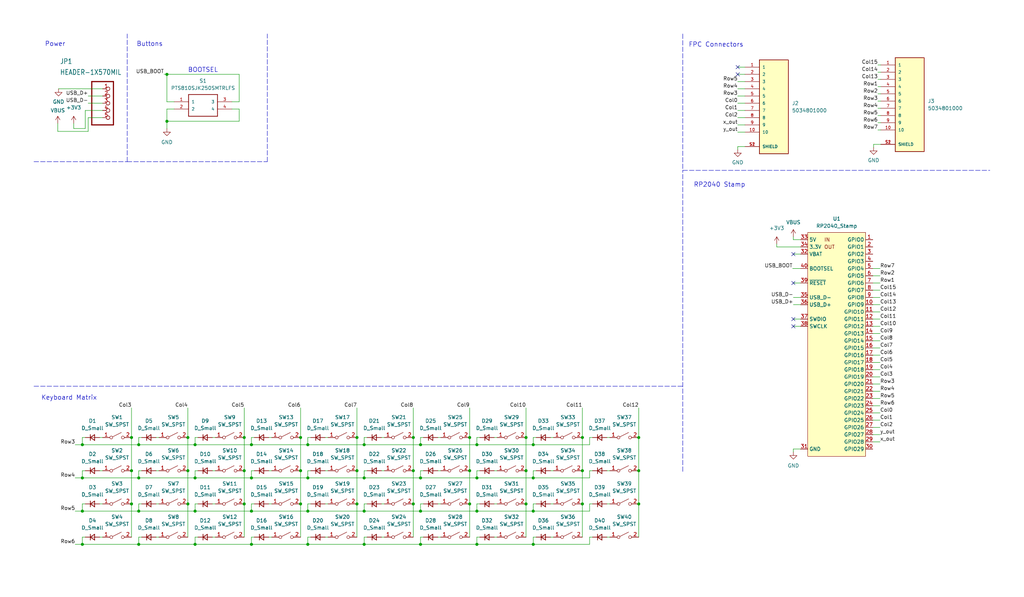
<source format=kicad_sch>
(kicad_sch (version 20211123) (generator eeschema)
  (paper "User" 359.994 210.007)
  (title_block (title "PSU EE 403-Calculator"))
  (lib_symbols
    (symbol "5034801000:5034801000" (pin_names (offset 1.016))
      (property "Reference" "J" (at -5.08 18.542 0))
      (property "Value" "5034801000" (at -5.08 -17.78 0))
      (symbol "5034801000_0_0"
        (rectangle (start -5.08 -15.24) (end 5.08 17.78) (stroke (width 0.254)) (fill (type background)))
        (pin passive line (at -10.16 15.24 0) (length 5.08) (name "1") (number "1"))
        (pin passive line (at -10.16 -7.62 0) (length 5.08) (name "10") (number "10"))
        (pin passive line (at -10.16 12.7 0) (length 5.08) (name "2") (number "2"))
        (pin passive line (at -10.16 10.16 0) (length 5.08) (name "3") (number "3"))
        (pin passive line (at -10.16 7.62 0) (length 5.08) (name "4") (number "4"))
        (pin passive line (at -10.16 5.08 0) (length 5.08) (name "5") (number "5"))
        (pin passive line (at -10.16 2.54 0) (length 5.08) (name "6") (number "6"))
        (pin passive line (at -10.16 0 0) (length 5.08) (name "7") (number "7"))
        (pin passive line (at -10.16 -2.54 0) (length 5.08) (name "8") (number "8"))
        (pin passive line (at -10.16 -5.08 0) (length 5.08) (name "9") (number "9"))
        (pin passive line (at -10.16 -12.7 0) (length 5.08) (name "SHIELD") (number "S1"))
        (pin passive line (at -10.16 -12.7 0) (length 5.08) (name "SHIELD") (number "S2"))
      )
    )
    (symbol "Device:D_Small" (pin_numbers hide) (pin_names (offset 0.254) hide)
      (property "Reference" "D" (at -1.27 2.032 0))
      (property "Value" "D_Small" (at -3.81 -2.032 0))
      (symbol "D_Small_0_1"
        (polyline (pts (xy -0.762 -1.016) (xy -0.762 1.016)) (stroke (width 0.254)))
        (polyline (pts (xy -0.762 0) (xy 0.762 0)))
        (polyline (pts (xy 0.762 -1.016) (xy -0.762 0) (xy 0.762 1.016) (xy 0.762 -1.016)) (stroke (width 0.254)))
      )
      (symbol "D_Small_1_1"
        (pin passive line (at -2.54 0 0) (length 1.778) (name "K") (number "1"))
        (pin passive line (at 2.54 0 180) (length 1.778) (name "A") (number "2"))
      )
    )
    (symbol "PTS810SJK250SMTRLFS:PTS810SJK250SMTRLFS" (pin_names (offset 1.016))
      (property "Reference" "S" (at 16.51 7.62 0))
      (property "Value" "PTS810SJK250SMTRLFS" (at 16.51 5.08 0))
      (symbol "PTS810SJK250SMTRLFS_0_0"
        (polyline (pts (xy 5.08 2.54) (xy 5.08 -5.08)) (stroke (width 0.254)))
        (polyline (pts (xy 5.08 2.54) (xy 15.24 2.54)) (stroke (width 0.254)))
        (polyline (pts (xy 15.24 -5.08) (xy 5.08 -5.08)) (stroke (width 0.254)))
        (polyline (pts (xy 15.24 -5.08) (xy 15.24 2.54)) (stroke (width 0.254)))
        (pin bidirectional line (at 0 0 0) (length 5.08) (name "1") (number "1"))
        (pin bidirectional line (at 0 -2.54 0) (length 5.08) (name "2") (number "2"))
        (pin bidirectional line (at 20.32 0 180) (length 5.08) (name "3") (number "3"))
        (pin bidirectional line (at 20.32 -2.54 180) (length 5.08) (name "4") (number "4"))
      )
    )
    (symbol "RP2040_Stamp:RP2040_Stamp"
      (property "Reference" "U" (at 10.16 43.18 0))
      (property "Value" "RP2040_Stamp" (at 0 -38.1 0))
      (symbol "RP2040_Stamp_0_0"
        (text "IN" (at -4.445 39.37 0) (effects (font (size 1.27 1.27)) (justify left)))
        (text "OUT" (at -4.445 36.83 0) (effects (font (size 1.27 1.27)) (justify left)))
        (pin bidirectional line (at 12.7 39.37 180) (length 2.54) (name "GPIO0") (number "1"))
        (pin bidirectional line (at 12.7 16.51 180) (length 2.54) (name "GPIO9") (number "10"))
        (pin bidirectional line (at 12.7 13.97 180) (length 2.54) (name "GPIO10") (number "11"))
        (pin bidirectional line (at 12.7 11.43 180) (length 2.54) (name "GPIO11") (number "12"))
        (pin bidirectional line (at 12.7 8.89 180) (length 2.54) (name "GPIO12") (number "13"))
        (pin bidirectional line (at 12.7 6.35 180) (length 2.54) (name "GPIO13") (number "14"))
        (pin bidirectional line (at 12.7 3.81 180) (length 2.54) (name "GPIO14") (number "15"))
        (pin bidirectional line (at 12.7 1.27 180) (length 2.54) (name "GPIO15") (number "16"))
        (pin bidirectional line (at 12.7 -1.27 180) (length 2.54) (name "GPIO16") (number "17"))
        (pin bidirectional line (at 12.7 -3.81 180) (length 2.54) (name "GPIO17") (number "18"))
        (pin bidirectional line (at 12.7 -6.35 180) (length 2.54) (name "GPIO18") (number "19"))
        (pin bidirectional line (at 12.7 36.83 180) (length 2.54) (name "GPIO1") (number "2"))
        (pin bidirectional line (at 12.7 -8.89 180) (length 2.54) (name "GPIO19") (number "20"))
        (pin bidirectional line (at 12.7 -11.43 180) (length 2.54) (name "GPIO20") (number "21"))
        (pin bidirectional line (at 12.7 -13.97 180) (length 2.54) (name "GPIO21") (number "22"))
        (pin bidirectional line (at 12.7 -16.51 180) (length 2.54) (name "GPIO22") (number "23"))
        (pin bidirectional line (at 12.7 -19.05 180) (length 2.54) (name "GPIO23") (number "24"))
        (pin bidirectional line (at 12.7 -21.59 180) (length 2.54) (name "GPIO24") (number "25"))
        (pin bidirectional line (at 12.7 -24.13 180) (length 2.54) (name "GPIO25") (number "26"))
        (pin bidirectional line (at 12.7 -26.67 180) (length 2.54) (name "GPIO26") (number "27"))
        (pin bidirectional line (at 12.7 -29.21 180) (length 2.54) (name "GPIO27") (number "28"))
        (pin bidirectional line (at 12.7 -31.75 180) (length 2.54) (name "GPIO28") (number "29"))
        (pin bidirectional line (at 12.7 34.29 180) (length 2.54) (name "GPIO2") (number "3"))
        (pin bidirectional line (at 12.7 -34.29 180) (length 2.54) (name "GPIO29") (number "30"))
        (pin power_in line (at -12.7 -34.29 0) (length 2.54) (name "GND") (number "31"))
        (pin power_in line (at -12.7 34.29 0) (length 2.54) (name "VBAT") (number "32"))
        (pin power_in line (at -12.7 39.37 0) (length 2.54) (name "5V") (number "33"))
        (pin power_out line (at -12.7 36.83 0) (length 2.54) (name "3.3V") (number "34"))
        (pin bidirectional line (at -12.7 19.05 0) (length 2.54) (name "USB_D-") (number "35"))
        (pin bidirectional line (at -12.7 16.51 0) (length 2.54) (name "USB_D+") (number "36"))
        (pin bidirectional line (at -12.7 11.43 0) (length 2.54) (name "SWDIO") (number "37"))
        (pin input line (at -12.7 8.89 0) (length 2.54) (name "SWCLK") (number "38"))
        (pin bidirectional line (at -12.7 24.13 0) (length 2.54) (name "~{RESET}") (number "39"))
        (pin bidirectional line (at 12.7 31.75 180) (length 2.54) (name "GPIO3") (number "4"))
        (pin input line (at -12.7 29.21 0) (length 2.54) (name "BOOTSEL") (number "40"))
        (pin bidirectional line (at 12.7 29.21 180) (length 2.54) (name "GPIO4") (number "5"))
        (pin bidirectional line (at 12.7 26.67 180) (length 2.54) (name "GPIO5") (number "6"))
        (pin bidirectional line (at 12.7 24.13 180) (length 2.54) (name "GPIO6") (number "7"))
        (pin bidirectional line (at 12.7 21.59 180) (length 2.54) (name "GPIO7") (number "8"))
        (pin bidirectional line (at 12.7 19.05 180) (length 2.54) (name "GPIO8") (number "9"))
      )
      (symbol "RP2040_Stamp_0_1"
        (rectangle (start -10.16 41.91) (end 10.16 -36.83) (stroke (width 0.1524)) (fill (type background)))
      )
    )
    (symbol "Switch:SW_SPST" (pin_names (offset 0) hide)
      (property "Reference" "SW" (at 0 3.175 0))
      (property "Value" "SW_SPST" (at 0 -2.54 0))
      (symbol "SW_SPST_0_0"
        (circle (center -2.032 0) (radius 0.508))
        (polyline (pts (xy -1.524 0.254) (xy 1.524 1.778)))
        (circle (center 2.032 0) (radius 0.508))
      )
      (symbol "SW_SPST_1_1"
        (pin passive line (at -5.08 0 0) (length 2.54) (name "A") (number "1"))
        (pin passive line (at 5.08 0 180) (length 2.54) (name "B") (number "2"))
      )
    )
    (symbol "USB_B_Micro_Headers:HEADER-1X570MIL"
      (property "Reference" "JP2" (at -6.35 -8.255 0))
      (property "Value" "HEADER-1X570MIL" (at -6.35 10.16 0))
      (symbol "HEADER-1X570MIL_1_0"
        (polyline (pts (xy -6.35 -7.62) (xy 1.27 -7.62)) (stroke (width 0.4064)))
        (polyline (pts (xy -6.35 7.62) (xy -6.35 -7.62)) (stroke (width 0.4064)))
        (polyline (pts (xy 1.27 -7.62) (xy 1.27 7.62)) (stroke (width 0.4064)))
        (polyline (pts (xy 1.27 7.62) (xy -6.35 7.62)) (stroke (width 0.4064)))
        (pin passive inverted (at -2.54 5.08 0) (length 2.54) (name "1") (number "1"))
        (pin passive inverted (at -2.54 2.54 0) (length 2.54) (name "2") (number "2"))
        (pin passive inverted (at -2.54 0 0) (length 2.54) (name "3") (number "3"))
        (pin passive inverted (at -2.54 -2.54 0) (length 2.54) (name "4") (number "4"))
        (pin passive inverted (at -2.54 -5.08 0) (length 2.54) (name "5") (number "5"))
      )
    )
    (symbol "power:+3V3" (power) (pin_names (offset 0))
      (property "Value" "+3V3" (at 0 3.556 0))
      (symbol "+3V3_0_1"
        (polyline (pts (xy -0.762 1.27) (xy 0 2.54)))
        (polyline (pts (xy 0 0) (xy 0 2.54)))
        (polyline (pts (xy 0 2.54) (xy 0.762 1.27)))
      )
      (symbol "+3V3_1_1"
        (pin power_in line (at 0 0 90) (length 0) hide (name "+3V3") (number "1"))
      )
    )
    (symbol "power:GND" (power) (pin_names (offset 0))
      (property "Value" "GND" (at 0 -3.81 0))
      (symbol "GND_0_1"
        (polyline (pts (xy 0 0) (xy 0 -1.27) (xy 1.27 -1.27) (xy 0 -2.54) (xy -1.27 -1.27) (xy 0 -1.27)))
      )
      (symbol "GND_1_1"
        (pin power_in line (at 0 0 270) (length 0) hide (name "GND") (number "1"))
      )
    )
    (symbol "power:VBUS" (power) (pin_names (offset 0))
      (property "Value" "VBUS" (at 0 3.81 0))
      (symbol "VBUS_0_1"
        (polyline (pts (xy -0.762 1.27) (xy 0 2.54)))
        (polyline (pts (xy 0 0) (xy 0 2.54)))
        (polyline (pts (xy 0 2.54) (xy 0.762 1.27)))
      )
      (symbol "VBUS_1_1"
        (pin power_in line (at 0 0 90) (length 0) hide (name "VBUS") (number "1"))
      )
    )
  )
  (junction (at 108.204 156.464))
  (junction (at 88.392 191.516))
  (junction (at 105.664 153.924))
  (junction (at 224.536 153.924))
  (junction (at 187.452 191.516))
  (junction (at 85.852 165.608))
  (junction (at 147.828 179.832))
  (junction (at 88.392 168.148))
  (junction (at 165.1 153.924))
  (junction (at 167.64 168.148))
  (junction (at 145.288 177.292))
  (junction (at 108.204 168.148))
  (junction (at 108.204 191.516))
  (junction (at 128.016 168.148))
  (junction (at 128.016 179.832))
  (junction (at 167.64 156.464))
  (junction (at 68.58 179.832))
  (junction (at 105.664 177.292))
  (junction (at 105.664 165.608))
  (junction (at 128.016 191.516))
  (junction (at 28.956 179.832))
  (junction (at 167.64 191.516))
  (junction (at 224.536 177.292))
  (junction (at 125.476 177.292))
  (junction (at 125.476 165.608))
  (junction (at 68.58 156.464))
  (junction (at 28.956 168.148))
  (junction (at 66.04 165.608))
  (junction (at 147.828 168.148))
  (junction (at 58.674 26.162))
  (junction (at 46.228 153.924))
  (junction (at 68.58 191.516))
  (junction (at 147.828 156.464))
  (junction (at 28.956 156.464))
  (junction (at 48.768 156.464))
  (junction (at 85.852 177.292))
  (junction (at 46.228 165.608))
  (junction (at 108.204 179.832))
  (junction (at 184.912 153.924))
  (junction (at 66.04 153.924))
  (junction (at 204.724 153.924))
  (junction (at 48.768 179.832))
  (junction (at 167.64 179.832))
  (junction (at 66.04 177.292))
  (junction (at 165.1 177.292))
  (junction (at 28.956 191.516))
  (junction (at 204.724 177.292))
  (junction (at 224.536 165.608))
  (junction (at 145.288 165.608))
  (junction (at 147.828 191.516))
  (junction (at 88.392 156.464))
  (junction (at 46.228 177.292))
  (junction (at 165.1 165.608))
  (junction (at 88.392 179.832))
  (junction (at 184.912 177.292))
  (junction (at 145.288 153.924))
  (junction (at 128.016 156.464))
  (junction (at 125.476 153.924))
  (junction (at 187.452 179.832))
  (junction (at 187.452 156.464))
  (junction (at 48.768 168.148))
  (junction (at 48.768 191.516))
  (junction (at 58.674 42.672))
  (junction (at 204.724 165.608))
  (junction (at 184.912 165.608))
  (junction (at 85.852 153.924))
  (junction (at 187.452 168.148))
  (junction (at 68.58 168.148))
  (no_connect (at 259.334 23.622))
  (no_connect (at 259.334 26.162))
  (no_connect (at 278.892 114.808))
  (no_connect (at 278.892 112.268))
  (no_connect (at 278.892 99.568))
  (no_connect (at 278.892 89.408))
  (wire (pts (xy 28.956 191.516) (xy 48.768 191.516)))
  (wire (pts (xy 88.392 191.516) (xy 108.204 191.516)))
  (wire (pts (xy 147.828 179.832) (xy 167.64 179.832)))
  (wire (pts (xy 84.074 38.354) (xy 84.074 42.672)))
  (wire (pts (xy 224.536 165.608) (xy 224.536 177.292)))
  (wire (pts (xy 94.488 153.924) (xy 95.504 153.924)))
  (wire (pts (xy 129.032 153.924) (xy 128.016 153.924)))
  (wire (pts (xy 308.61 30.48) (xy 309.626 30.48)))
  (wire (pts (xy 74.676 165.608) (xy 75.692 165.608)))
  (wire (pts (xy 184.912 177.292) (xy 184.912 188.976)))
  (wire (pts (xy 204.724 188.976) (xy 204.724 177.292)))
  (wire (pts (xy 306.832 132.588) (xy 309.372 132.588)))
  (wire (pts (xy 259.334 52.578) (xy 259.334 51.562)))
  (wire (pts (xy 306.832 117.348) (xy 309.372 117.348)))
  (wire (pts (xy 148.844 177.292) (xy 147.828 177.292)))
  (wire (pts (xy 125.476 153.924) (xy 125.476 165.608)))
  (wire (pts (xy 129.032 177.292) (xy 128.016 177.292)))
  (wire (pts (xy 129.032 165.608) (xy 128.016 165.608)))
  (wire (pts (xy 306.832 99.568) (xy 309.372 99.568)))
  (wire (pts (xy 308.61 45.72) (xy 309.626 45.72)))
  (wire (pts (xy 224.536 177.292) (xy 224.536 188.976)))
  (wire (pts (xy 58.674 35.814) (xy 61.214 35.814)))
  (wire (pts (xy 54.864 165.608) (xy 55.88 165.608)))
  (wire (pts (xy 278.892 99.568) (xy 281.432 99.568)))
  (wire (pts (xy 20.574 31.242) (xy 36.068 31.242)))
  (wire (pts (xy 187.452 177.292) (xy 187.452 179.832)))
  (wire (pts (xy 224.536 153.924) (xy 224.536 165.608)))
  (wire (pts (xy 30.988 36.322) (xy 36.068 36.322)))
  (wire (pts (xy 25.908 45.212) (xy 25.908 43.434)))
  (wire (pts (xy 278.892 112.268) (xy 281.432 112.268)))
  (wire (pts (xy 66.04 165.608) (xy 66.04 153.924)))
  (wire (pts (xy 108.204 188.976) (xy 108.204 191.516)))
  (wire (pts (xy 306.832 119.888) (xy 309.372 119.888)))
  (wire (pts (xy 173.736 153.924) (xy 174.752 153.924)))
  (wire (pts (xy 58.674 38.354) (xy 58.674 42.672)))
  (wire (pts (xy 204.724 165.608) (xy 204.724 153.924)))
  (wire (pts (xy 153.924 153.924) (xy 154.94 153.924)))
  (wire (pts (xy 308.61 27.94) (xy 309.626 27.94)))
  (wire (pts (xy 213.36 177.292) (xy 214.376 177.292)))
  (wire (pts (xy 167.64 179.832) (xy 187.452 179.832)))
  (wire (pts (xy 259.334 46.482) (xy 261.874 46.482)))
  (wire (pts (xy 114.3 153.924) (xy 115.316 153.924)))
  (wire (pts (xy 30.988 33.782) (xy 36.068 33.782)))
  (wire (pts (xy 167.64 168.148) (xy 187.452 168.148)))
  (wire (pts (xy 308.61 22.86) (xy 309.626 22.86)))
  (wire (pts (xy 306.832 127.508) (xy 309.372 127.508)))
  (wire (pts (xy 147.828 188.976) (xy 147.828 191.516)))
  (wire (pts (xy 207.264 165.608) (xy 207.264 168.148)))
  (wire (pts (xy 68.58 153.924) (xy 68.58 156.464)))
  (polyline (pts (xy 240.03 11.938) (xy 240.03 59.944)))
  (wire (pts (xy 48.768 177.292) (xy 48.768 179.832)))
  (wire (pts (xy 148.844 188.976) (xy 147.828 188.976)))
  (wire (pts (xy 28.956 153.924) (xy 28.956 156.464)))
  (wire (pts (xy 29.972 188.976) (xy 28.956 188.976)))
  (wire (pts (xy 48.768 168.148) (xy 68.58 168.148)))
  (wire (pts (xy 204.724 177.292) (xy 204.724 165.608)))
  (wire (pts (xy 259.334 33.782) (xy 261.874 33.782)))
  (wire (pts (xy 306.832 97.028) (xy 309.372 97.028)))
  (wire (pts (xy 128.016 168.148) (xy 147.828 168.148)))
  (wire (pts (xy 74.676 177.292) (xy 75.692 177.292)))
  (wire (pts (xy 147.828 168.148) (xy 167.64 168.148)))
  (wire (pts (xy 128.016 177.292) (xy 128.016 179.832)))
  (wire (pts (xy 68.58 179.832) (xy 88.392 179.832)))
  (wire (pts (xy 193.548 177.292) (xy 194.564 177.292)))
  (wire (pts (xy 187.452 153.924) (xy 187.452 156.464)))
  (wire (pts (xy 306.832 135.128) (xy 309.372 135.128)))
  (wire (pts (xy 187.452 156.464) (xy 207.264 156.464)))
  (wire (pts (xy 259.334 31.242) (xy 261.874 31.242)))
  (wire (pts (xy 49.784 165.608) (xy 48.768 165.608)))
  (wire (pts (xy 94.488 177.292) (xy 95.504 177.292)))
  (wire (pts (xy 306.832 137.668) (xy 309.372 137.668)))
  (polyline (pts (xy 93.98 56.896) (xy 93.98 11.938)))
  (wire (pts (xy 68.58 191.516) (xy 88.392 191.516)))
  (wire (pts (xy 85.852 165.608) (xy 85.852 177.292)))
  (wire (pts (xy 29.972 177.292) (xy 28.956 177.292)))
  (wire (pts (xy 58.674 42.672) (xy 58.674 45.212)))
  (wire (pts (xy 273.05 85.852) (xy 273.05 86.868)))
  (wire (pts (xy 213.36 165.608) (xy 214.376 165.608)))
  (wire (pts (xy 147.828 153.924) (xy 147.828 156.464)))
  (wire (pts (xy 165.1 143.51) (xy 165.1 153.924)))
  (wire (pts (xy 306.832 94.488) (xy 309.372 94.488)))
  (wire (pts (xy 184.912 143.51) (xy 184.912 153.924)))
  (wire (pts (xy 28.956 179.832) (xy 48.768 179.832)))
  (wire (pts (xy 105.664 153.924) (xy 105.664 165.608)))
  (wire (pts (xy 168.656 153.924) (xy 167.64 153.924)))
  (wire (pts (xy 259.334 41.402) (xy 261.874 41.402)))
  (wire (pts (xy 145.288 153.924) (xy 145.288 143.51)))
  (wire (pts (xy 29.972 45.212) (xy 25.908 45.212)))
  (wire (pts (xy 167.64 156.464) (xy 187.452 156.464)))
  (wire (pts (xy 306.832 112.268) (xy 309.372 112.268)))
  (wire (pts (xy 208.28 165.608) (xy 207.264 165.608)))
  (wire (pts (xy 308.61 33.02) (xy 309.626 33.02)))
  (wire (pts (xy 108.204 153.924) (xy 108.204 156.464)))
  (wire (pts (xy 66.04 188.976) (xy 66.04 177.292)))
  (wire (pts (xy 94.488 165.608) (xy 95.504 165.608)))
  (wire (pts (xy 147.828 177.292) (xy 147.828 179.832)))
  (wire (pts (xy 306.832 130.048) (xy 309.372 130.048)))
  (wire (pts (xy 168.656 177.292) (xy 167.64 177.292)))
  (wire (pts (xy 68.58 188.976) (xy 68.58 191.516)))
  (wire (pts (xy 48.768 153.924) (xy 48.768 156.464)))
  (wire (pts (xy 105.664 143.51) (xy 105.664 153.924)))
  (wire (pts (xy 259.334 43.942) (xy 261.874 43.942)))
  (wire (pts (xy 88.392 165.608) (xy 88.392 168.148)))
  (wire (pts (xy 20.32 46.228) (xy 20.32 43.434)))
  (wire (pts (xy 188.468 188.976) (xy 187.452 188.976)))
  (wire (pts (xy 308.61 25.4) (xy 309.626 25.4)))
  (wire (pts (xy 30.988 46.228) (xy 20.32 46.228)))
  (wire (pts (xy 259.334 36.322) (xy 261.874 36.322)))
  (wire (pts (xy 46.228 165.608) (xy 46.228 177.292)))
  (wire (pts (xy 308.61 43.18) (xy 309.626 43.18)))
  (wire (pts (xy 109.22 188.976) (xy 108.204 188.976)))
  (wire (pts (xy 108.204 191.516) (xy 128.016 191.516)))
  (wire (pts (xy 54.864 188.976) (xy 55.88 188.976)))
  (wire (pts (xy 259.334 51.562) (xy 261.874 51.562)))
  (wire (pts (xy 84.074 35.814) (xy 84.074 26.162)))
  (wire (pts (xy 128.016 179.832) (xy 147.828 179.832)))
  (wire (pts (xy 108.204 179.832) (xy 128.016 179.832)))
  (polyline (pts (xy 240.03 165.862) (xy 240.03 59.944)))
  (polyline (pts (xy 44.704 56.896) (xy 44.704 11.938)))
  (wire (pts (xy 167.64 153.924) (xy 167.64 156.464)))
  (wire (pts (xy 281.432 157.988) (xy 278.892 157.988)))
  (wire (pts (xy 28.956 188.976) (xy 28.956 191.516)))
  (wire (pts (xy 49.784 177.292) (xy 48.768 177.292)))
  (wire (pts (xy 84.074 42.672) (xy 58.674 42.672)))
  (wire (pts (xy 213.36 188.976) (xy 214.376 188.976)))
  (wire (pts (xy 89.408 165.608) (xy 88.392 165.608)))
  (wire (pts (xy 30.988 41.402) (xy 30.988 46.228)))
  (wire (pts (xy 308.61 38.1) (xy 309.626 38.1)))
  (wire (pts (xy 26.416 168.148) (xy 28.956 168.148)))
  (wire (pts (xy 306.832 152.908) (xy 309.372 152.908)))
  (wire (pts (xy 145.288 165.608) (xy 145.288 153.924)))
  (wire (pts (xy 46.228 143.51) (xy 46.228 153.924)))
  (wire (pts (xy 48.768 165.608) (xy 48.768 168.148)))
  (wire (pts (xy 187.452 168.148) (xy 207.264 168.148)))
  (wire (pts (xy 69.596 165.608) (xy 68.58 165.608)))
  (wire (pts (xy 278.892 83.312) (xy 278.892 84.328)))
  (wire (pts (xy 26.416 179.832) (xy 28.956 179.832)))
  (wire (pts (xy 128.016 191.516) (xy 147.828 191.516)))
  (wire (pts (xy 105.664 177.292) (xy 105.664 188.976)))
  (wire (pts (xy 46.228 177.292) (xy 46.228 188.976)))
  (wire (pts (xy 134.112 188.976) (xy 135.128 188.976)))
  (wire (pts (xy 36.068 41.402) (xy 30.988 41.402)))
  (wire (pts (xy 278.892 104.648) (xy 281.432 104.648)))
  (wire (pts (xy 148.844 165.608) (xy 147.828 165.608)))
  (wire (pts (xy 134.112 153.924) (xy 135.128 153.924)))
  (wire (pts (xy 187.452 188.976) (xy 187.452 191.516)))
  (wire (pts (xy 48.768 191.516) (xy 68.58 191.516)))
  (wire (pts (xy 145.288 177.292) (xy 145.288 165.608)))
  (wire (pts (xy 306.832 147.828) (xy 309.372 147.828)))
  (wire (pts (xy 26.416 156.464) (xy 28.956 156.464)))
  (wire (pts (xy 306.832 155.448) (xy 309.372 155.448)))
  (wire (pts (xy 165.1 153.924) (xy 165.1 165.608)))
  (wire (pts (xy 68.58 168.148) (xy 88.392 168.148)))
  (wire (pts (xy 66.04 177.292) (xy 66.04 165.608)))
  (wire (pts (xy 109.22 153.924) (xy 108.204 153.924)))
  (wire (pts (xy 193.548 153.924) (xy 194.564 153.924)))
  (wire (pts (xy 109.22 165.608) (xy 108.204 165.608)))
  (wire (pts (xy 207.264 177.292) (xy 207.264 179.832)))
  (wire (pts (xy 88.392 168.148) (xy 108.204 168.148)))
  (wire (pts (xy 49.784 188.976) (xy 48.768 188.976)))
  (wire (pts (xy 88.392 153.924) (xy 88.392 156.464)))
  (wire (pts (xy 193.548 165.608) (xy 194.564 165.608)))
  (wire (pts (xy 134.112 165.608) (xy 135.128 165.608)))
  (wire (pts (xy 29.972 153.924) (xy 28.956 153.924)))
  (wire (pts (xy 165.1 177.292) (xy 165.1 188.976)))
  (wire (pts (xy 187.452 179.832) (xy 207.264 179.832)))
  (wire (pts (xy 147.828 191.516) (xy 167.64 191.516)))
  (wire (pts (xy 129.032 188.976) (xy 128.016 188.976)))
  (wire (pts (xy 35.052 165.608) (xy 36.068 165.608)))
  (wire (pts (xy 167.64 165.608) (xy 167.64 168.148)))
  (wire (pts (xy 259.334 38.862) (xy 261.874 38.862)))
  (wire (pts (xy 49.784 153.924) (xy 48.768 153.924)))
  (wire (pts (xy 35.052 153.924) (xy 36.068 153.924)))
  (polyline (pts (xy 11.938 135.89) (xy 240.03 135.89)))
  (wire (pts (xy 46.228 153.924) (xy 46.228 165.608)))
  (wire (pts (xy 128.016 188.976) (xy 128.016 191.516)))
  (wire (pts (xy 204.724 153.924) (xy 204.724 143.51)))
  (wire (pts (xy 208.28 153.924) (xy 207.264 153.924)))
  (wire (pts (xy 278.892 84.328) (xy 281.432 84.328)))
  (wire (pts (xy 88.392 156.464) (xy 108.204 156.464)))
  (wire (pts (xy 306.832 145.288) (xy 309.372 145.288)))
  (wire (pts (xy 278.892 114.808) (xy 281.432 114.808)))
  (wire (pts (xy 184.912 153.924) (xy 184.912 165.608)))
  (wire (pts (xy 208.28 177.292) (xy 207.264 177.292)))
  (wire (pts (xy 306.832 150.368) (xy 309.372 150.368)))
  (wire (pts (xy 85.852 177.292) (xy 85.852 188.976)))
  (wire (pts (xy 109.22 177.292) (xy 108.204 177.292)))
  (wire (pts (xy 306.832 122.428) (xy 309.372 122.428)))
  (wire (pts (xy 306.832 104.648) (xy 309.372 104.648)))
  (wire (pts (xy 125.476 143.51) (xy 125.476 153.924)))
  (wire (pts (xy 36.068 38.862) (xy 29.972 38.862)))
  (wire (pts (xy 88.392 177.292) (xy 88.392 179.832)))
  (wire (pts (xy 29.972 38.862) (xy 29.972 45.212)))
  (wire (pts (xy 306.832 107.188) (xy 309.372 107.188)))
  (wire (pts (xy 81.534 35.814) (xy 84.074 35.814)))
  (wire (pts (xy 153.924 165.608) (xy 154.94 165.608)))
  (wire (pts (xy 74.676 153.924) (xy 75.692 153.924)))
  (wire (pts (xy 259.334 23.622) (xy 261.874 23.622)))
  (wire (pts (xy 28.956 156.464) (xy 48.768 156.464)))
  (wire (pts (xy 58.674 38.354) (xy 61.214 38.354)))
  (wire (pts (xy 48.768 179.832) (xy 68.58 179.832)))
  (wire (pts (xy 105.664 165.608) (xy 105.664 177.292)))
  (wire (pts (xy 306.832 102.108) (xy 309.372 102.108)))
  (wire (pts (xy 153.924 177.292) (xy 154.94 177.292)))
  (wire (pts (xy 74.676 188.976) (xy 75.692 188.976)))
  (wire (pts (xy 134.112 177.292) (xy 135.128 177.292)))
  (wire (pts (xy 153.924 188.976) (xy 154.94 188.976)))
  (wire (pts (xy 35.052 177.292) (xy 36.068 177.292)))
  (wire (pts (xy 187.452 165.608) (xy 187.452 168.148)))
  (wire (pts (xy 147.828 156.464) (xy 167.64 156.464)))
  (wire (pts (xy 69.596 188.976) (xy 68.58 188.976)))
  (wire (pts (xy 168.656 165.608) (xy 167.64 165.608)))
  (wire (pts (xy 147.828 165.608) (xy 147.828 168.148)))
  (wire (pts (xy 188.468 177.292) (xy 187.452 177.292)))
  (wire (pts (xy 125.476 165.608) (xy 125.476 177.292)))
  (wire (pts (xy 207.264 153.924) (xy 207.264 156.464)))
  (wire (pts (xy 308.61 35.56) (xy 309.626 35.56)))
  (wire (pts (xy 173.736 165.608) (xy 174.752 165.608)))
  (wire (pts (xy 114.3 177.292) (xy 115.316 177.292)))
  (wire (pts (xy 54.864 177.292) (xy 55.88 177.292)))
  (wire (pts (xy 306.832 142.748) (xy 309.372 142.748)))
  (wire (pts (xy 278.638 94.488) (xy 281.432 94.488)))
  (wire (pts (xy 278.892 89.408) (xy 281.432 89.408)))
  (wire (pts (xy 68.58 156.464) (xy 88.392 156.464)))
  (wire (pts (xy 128.016 153.924) (xy 128.016 156.464)))
  (polyline (pts (xy 44.704 56.896) (xy 93.98 56.896)))
  (wire (pts (xy 167.64 191.516) (xy 187.452 191.516)))
  (wire (pts (xy 85.852 143.51) (xy 85.852 153.924)))
  (wire (pts (xy 114.3 188.976) (xy 115.316 188.976)))
  (wire (pts (xy 89.408 177.292) (xy 88.392 177.292)))
  (wire (pts (xy 208.28 188.976) (xy 207.264 188.976)))
  (wire (pts (xy 28.956 168.148) (xy 48.768 168.148)))
  (wire (pts (xy 26.416 191.516) (xy 28.956 191.516)))
  (wire (pts (xy 165.1 165.608) (xy 165.1 177.292)))
  (wire (pts (xy 224.536 143.51) (xy 224.536 153.924)))
  (wire (pts (xy 306.832 124.968) (xy 309.372 124.968)))
  (wire (pts (xy 167.64 177.292) (xy 167.64 179.832)))
  (wire (pts (xy 108.204 168.148) (xy 128.016 168.148)))
  (wire (pts (xy 259.334 28.702) (xy 261.874 28.702)))
  (polyline (pts (xy 11.938 56.896) (xy 44.704 56.896)))
  (wire (pts (xy 84.074 26.162) (xy 58.674 26.162)))
  (wire (pts (xy 278.892 107.188) (xy 281.432 107.188)))
  (wire (pts (xy 148.844 153.924) (xy 147.828 153.924)))
  (wire (pts (xy 173.736 177.292) (xy 174.752 177.292)))
  (wire (pts (xy 259.334 26.162) (xy 261.874 26.162)))
  (wire (pts (xy 188.468 165.608) (xy 187.452 165.608)))
  (wire (pts (xy 48.768 156.464) (xy 68.58 156.464)))
  (wire (pts (xy 28.956 177.292) (xy 28.956 179.832)))
  (wire (pts (xy 108.204 156.464) (xy 128.016 156.464)))
  (wire (pts (xy 173.736 188.976) (xy 174.752 188.976)))
  (wire (pts (xy 307.086 51.816) (xy 307.086 50.8)))
  (wire (pts (xy 188.468 153.924) (xy 187.452 153.924)))
  (wire (pts (xy 306.832 140.208) (xy 309.372 140.208)))
  (wire (pts (xy 68.58 177.292) (xy 68.58 179.832)))
  (wire (pts (xy 29.972 165.608) (xy 28.956 165.608)))
  (wire (pts (xy 306.832 109.728) (xy 309.372 109.728)))
  (wire (pts (xy 57.658 26.162) (xy 58.674 26.162)))
  (wire (pts (xy 108.204 177.292) (xy 108.204 179.832)))
  (wire (pts (xy 88.392 188.976) (xy 88.392 191.516)))
  (wire (pts (xy 66.04 153.924) (xy 66.04 143.51)))
  (wire (pts (xy 128.016 165.608) (xy 128.016 168.148)))
  (wire (pts (xy 81.534 38.354) (xy 84.074 38.354)))
  (wire (pts (xy 213.36 153.924) (xy 214.376 153.924)))
  (wire (pts (xy 94.488 188.976) (xy 95.504 188.976)))
  (wire (pts (xy 28.956 165.608) (xy 28.956 168.148)))
  (wire (pts (xy 273.05 86.868) (xy 281.432 86.868)))
  (wire (pts (xy 306.832 114.808) (xy 309.372 114.808)))
  (wire (pts (xy 69.596 153.924) (xy 68.58 153.924)))
  (wire (pts (xy 54.864 153.924) (xy 55.88 153.924)))
  (wire (pts (xy 48.768 188.976) (xy 48.768 191.516)))
  (wire (pts (xy 187.452 191.516) (xy 207.264 191.516)))
  (wire (pts (xy 207.264 188.976) (xy 207.264 191.516)))
  (wire (pts (xy 35.052 188.976) (xy 36.068 188.976)))
  (wire (pts (xy 68.58 165.608) (xy 68.58 168.148)))
  (wire (pts (xy 88.392 179.832) (xy 108.204 179.832)))
  (wire (pts (xy 89.408 188.976) (xy 88.392 188.976)))
  (wire (pts (xy 167.64 188.976) (xy 167.64 191.516)))
  (wire (pts (xy 278.892 157.988) (xy 278.892 159.004)))
  (wire (pts (xy 307.086 50.8) (xy 309.626 50.8)))
  (wire (pts (xy 89.408 153.924) (xy 88.392 153.924)))
  (wire (pts (xy 85.852 153.924) (xy 85.852 165.608)))
  (wire (pts (xy 308.61 40.64) (xy 309.626 40.64)))
  (wire (pts (xy 145.288 188.976) (xy 145.288 177.292)))
  (wire (pts (xy 128.016 156.464) (xy 147.828 156.464)))
  (wire (pts (xy 184.912 165.608) (xy 184.912 177.292)))
  (wire (pts (xy 168.656 188.976) (xy 167.64 188.976)))
  (wire (pts (xy 69.596 177.292) (xy 68.58 177.292)))
  (wire (pts (xy 125.476 177.292) (xy 125.476 188.976)))
  (wire (pts (xy 193.548 188.976) (xy 194.564 188.976)))
  (wire (pts (xy 108.204 165.608) (xy 108.204 168.148)))
  (polyline (pts (xy 240.03 59.944) (xy 347.98 59.944)))
  (wire (pts (xy 58.674 26.162) (xy 58.674 35.814)))
  (wire (pts (xy 114.3 165.608) (xy 115.316 165.608)))
  (text "FPC Connectors" (at 242.062 16.764 0) (effects (font (size 1.6 1.6)) (justify left bottom)))
  (text "RP2040 Stamp" (at 243.84 66.04 0) (effects (font (size 1.6 1.6)) (justify left bottom)))
  (text "Power\n" (at 15.748 16.51 0) (effects (font (size 1.6 1.6)) (justify left bottom)))
  (text "Buttons" (at 48.006 16.51 0) (effects (font (size 1.6 1.6)) (justify left bottom)))
  (text "Keyboard Matrix" (at 14.478 140.97 0) (effects (font (size 1.6 1.6)) (justify left bottom)))
  (text "BOOTSEL" (at 66.04 25.654 0) (effects (font (size 1.6 1.6)) (justify left bottom)))
  (label "Col3" (at 46.228 143.51 180))
  (label "Row3" (at 259.334 33.782 180))
  (label "Row5" (at 26.416 179.832 180))
  (label "x_out" (at 309.372 155.448 0))
  (label "USB_BOOT" (at 57.658 26.162 180))
  (label "Col15" (at 309.372 102.108 0))
  (label "Col10" (at 184.912 143.51 180))
  (label "Row3" (at 26.416 156.464 180))
  (label "Col8" (at 309.372 119.888 0))
  (label "Col4" (at 66.04 143.51 180))
  (label "USB_BOOT" (at 278.638 94.488 180))
  (label "Col6" (at 105.664 143.51 180))
  (label "y_out" (at 259.334 46.482 180))
  (label "Col0" (at 309.372 145.288 0))
  (label "USB_D+" (at 30.988 33.782 180))
  (label "Col10" (at 309.372 114.808 0))
  (label "Col8" (at 145.288 143.51 180))
  (label "x_out" (at 259.334 43.942 180))
  (label "Col7" (at 125.476 143.51 180))
  (label "Col1" (at 309.372 147.828 0))
  (label "Row3" (at 308.61 35.56 180))
  (label "USB_D-" (at 30.988 36.322 180))
  (label "Col2" (at 259.334 41.402 180))
  (label "Row2" (at 308.61 33.02 180))
  (label "USB_D-" (at 278.892 104.648 180))
  (label "Row7" (at 309.372 94.488 0))
  (label "Row5" (at 308.61 40.64 180))
  (label "Col14" (at 308.61 25.4 180))
  (label "Row6" (at 309.372 142.748 0))
  (label "Col14" (at 309.372 104.648 0))
  (label "Row7" (at 308.61 45.72 180))
  (label "Row4" (at 309.372 137.668 0))
  (label "Row3" (at 309.372 135.128 0))
  (label "Col9" (at 165.1 143.51 180))
  (label "Row4" (at 259.334 31.242 180))
  (label "Col11" (at 204.724 143.51 180))
  (label "Col15" (at 308.61 22.86 180))
  (label "Row6" (at 308.61 43.18 180))
  (label "Col4" (at 309.372 130.048 0))
  (label "Col13" (at 309.372 107.188 0))
  (label "Row1" (at 308.61 30.48 180))
  (label "Col0" (at 259.334 36.322 180))
  (label "Row1" (at 309.372 99.568 0))
  (label "Row2" (at 309.372 97.028 0))
  (label "Col11" (at 309.372 112.268 0))
  (label "Row4" (at 26.416 168.148 180))
  (label "Col2" (at 309.372 150.368 0))
  (label "Col12" (at 309.372 109.728 0))
  (label "Col9" (at 309.372 117.348 0))
  (label "Row5" (at 259.334 28.702 180))
  (label "Col6" (at 309.372 124.968 0))
  (label "Col7" (at 309.372 122.428 0))
  (label "Col13" (at 308.61 27.94 180))
  (label "Row5" (at 309.372 140.208 0))
  (label "y_out" (at 309.372 152.908 0))
  (label "Col12" (at 224.536 143.51 180))
  (label "Row6" (at 26.416 191.516 180))
  (label "Col5" (at 85.852 143.51 180))
  (label "Col1" (at 259.334 38.862 180))
  (label "Col3" (at 309.372 132.588 0))
  (label "Col5" (at 309.372 127.508 0))
  (label "USB_D+" (at 278.892 107.188 180))
  (label "Row4" (at 308.61 38.1 180))
  (symbol (lib_id "Device:D_Small") (at 52.324 165.608 0) (unit 1)
    (property "Reference" "D6" (at 52.324 159.766 0))
    (property "Value" "D_Small" (at 52.324 162.306 0))
    (property "Footprint" "Diode_SMD:D_SOD-123" (effects hide))
  )
  (symbol (lib_id "Switch:SW_SPST") (at 140.208 165.608 0) (unit 1)
    (property "Reference" "SW22" (at 140.208 158.496 0))
    (property "Value" "SW_SPST" (at 140.208 161.036 0))
    (property "Footprint" "KSA1M331LFT_Footprint:KSA1M331LFT" (effects hide))
  )
  (symbol (lib_id "Device:D_Small") (at 171.196 165.608 0) (unit 1)
    (property "Reference" "D30" (at 171.196 159.766 0))
    (property "Value" "D_Small" (at 171.196 162.306 0))
    (property "Footprint" "Diode_SMD:D_SOD-123" (effects hide))
  )
  (symbol (lib_id "Device:D_Small") (at 191.008 165.608 0) (unit 1)
    (property "Reference" "D34" (at 191.008 159.766 0))
    (property "Value" "D_Small" (at 191.008 162.306 0))
    (property "Footprint" "Diode_SMD:D_SOD-123" (effects hide))
  )
  (symbol (lib_id "Device:D_Small") (at 111.76 188.976 0) (unit 1)
    (property "Reference" "D20" (at 111.76 183.134 0))
    (property "Value" "D_Small" (at 111.76 185.674 0))
    (property "Footprint" "Diode_SMD:D_SOD-123" (effects hide))
  )
  (symbol (lib_id "Device:D_Small") (at 151.384 165.608 0) (unit 1)
    (property "Reference" "D26" (at 151.384 159.766 0))
    (property "Value" "D_Small" (at 151.384 162.306 0))
    (property "Footprint" "Diode_SMD:D_SOD-123" (effects hide))
  )
  (symbol (lib_id "Device:D_Small") (at 72.136 165.608 0) (unit 1)
    (property "Reference" "D10" (at 72.136 159.766 0))
    (property "Value" "D_Small" (at 72.136 162.306 0))
    (property "Footprint" "Diode_SMD:D_SOD-123" (effects hide))
  )
  (symbol (lib_id "power:+3V3") (at 25.908 43.434 0) (unit 1)
    (property "Reference" "#PWR0107" (effects hide))
    (property "Value" "+3V3" (at 25.908 37.846 0))
  )
  (symbol (lib_id "Device:D_Small") (at 111.76 165.608 0) (unit 1)
    (property "Reference" "D18" (at 111.76 159.766 0))
    (property "Value" "D_Small" (at 111.76 162.306 0))
    (property "Footprint" "Diode_SMD:D_SOD-123" (effects hide))
  )
  (symbol (lib_id "Switch:SW_SPST") (at 140.208 177.292 0) (unit 1)
    (property "Reference" "SW23" (at 140.208 170.18 0))
    (property "Value" "SW_SPST" (at 140.208 172.72 0))
    (property "Footprint" "KSA1M331LFT_Footprint:KSA1M331LFT" (effects hide))
  )
  (symbol (lib_id "Switch:SW_SPST") (at 120.396 188.976 0) (unit 1)
    (property "Reference" "SW20" (at 120.396 181.864 0))
    (property "Value" "SW_SPST" (at 120.396 184.404 0))
    (property "Footprint" "KSA1M331LFT_Footprint:KSA1M331LFT" (effects hide))
  )
  (symbol (lib_id "5034801000:5034801000") (at 319.786 38.1 0) (unit 1)
    (property "Reference" "J3" (at 326.136 35.5599 0) (effects (justify left)))
    (property "Value" "5034801000" (at 326.136 38.0999 0) (effects (justify left)))
    (property "Footprint" "5034801000:MOLEX_5034801000" (effects hide))
    (property "MANUFACTURER" "MOLEX" (effects hide))
    (property "STANDARD" "Manufacturer Recommendation" (effects hide))
    (property "PARTREV" "H" (effects hide))
  )
  (symbol (lib_id "Device:D_Small") (at 111.76 177.292 0) (unit 1)
    (property "Reference" "D19" (at 111.76 171.45 0))
    (property "Value" "D_Small" (at 111.76 173.99 0))
    (property "Footprint" "Diode_SMD:D_SOD-123" (effects hide))
  )
  (symbol (lib_id "Switch:SW_SPST") (at 219.456 153.924 0) (unit 1)
    (property "Reference" "SW37" (at 219.456 146.812 0))
    (property "Value" "SW_SPST" (at 219.456 149.352 0))
    (property "Footprint" "KSA1M331LFT_Footprint:KSA1M331LFT" (effects hide))
  )
  (symbol (lib_id "Device:D_Small") (at 210.82 153.924 0) (unit 1)
    (property "Reference" "D37" (at 210.82 148.082 0))
    (property "Value" "D_Small" (at 210.82 150.622 0))
    (property "Footprint" "Diode_SMD:D_SOD-123" (effects hide))
  )
  (symbol (lib_id "power:GND") (at 307.086 51.816 0) (unit 1)
    (property "Reference" "#PWR0104" (effects hide))
    (property "Value" "GND" (at 307.086 56.388 0))
  )
  (symbol (lib_id "power:+3V3") (at 273.05 85.852 0) (unit 1)
    (property "Reference" "#PWR0106" (effects hide))
    (property "Value" "+3V3" (at 273.05 80.264 0))
  )
  (symbol (lib_id "Switch:SW_SPST") (at 219.456 177.292 0) (unit 1)
    (property "Reference" "SW39" (at 219.456 170.18 0))
    (property "Value" "SW_SPST" (at 219.456 172.72 0))
    (property "Footprint" "KSA1M331LFT_Footprint:KSA1M331LFT" (effects hide))
  )
  (symbol (lib_id "Switch:SW_SPST") (at 160.02 153.924 0) (unit 1)
    (property "Reference" "SW25" (at 160.02 146.812 0))
    (property "Value" "SW_SPST" (at 160.02 149.352 0))
    (property "Footprint" "KSA1M331LFT_Footprint:KSA1M331LFT" (effects hide))
  )
  (symbol (lib_id "Device:D_Small") (at 171.196 177.292 0) (unit 1)
    (property "Reference" "D31" (at 171.196 171.45 0))
    (property "Value" "D_Small" (at 171.196 173.99 0))
    (property "Footprint" "Diode_SMD:D_SOD-123" (effects hide))
  )
  (symbol (lib_id "Switch:SW_SPST") (at 179.832 188.976 0) (unit 1)
    (property "Reference" "SW32" (at 179.832 181.864 0))
    (property "Value" "SW_SPST" (at 179.832 184.404 0))
    (property "Footprint" "KSA1M331LFT_Footprint:KSA1M331LFT" (effects hide))
  )
  (symbol (lib_id "Device:D_Small") (at 111.76 153.924 0) (unit 1)
    (property "Reference" "D17" (at 111.76 148.082 0))
    (property "Value" "D_Small" (at 111.76 150.622 0))
    (property "Footprint" "Diode_SMD:D_SOD-123" (effects hide))
  )
  (symbol (lib_id "Switch:SW_SPST") (at 160.02 165.608 0) (unit 1)
    (property "Reference" "SW26" (at 160.02 158.496 0))
    (property "Value" "SW_SPST" (at 160.02 161.036 0))
    (property "Footprint" "KSA1M331LFT_Footprint:KSA1M331LFT" (effects hide))
  )
  (symbol (lib_id "Switch:SW_SPST") (at 41.148 177.292 0) (unit 1)
    (property "Reference" "SW3" (at 41.148 170.18 0))
    (property "Value" "SW_SPST" (at 41.148 172.72 0))
    (property "Footprint" "KSA1M331LFT_Footprint:KSA1M331LFT" (effects hide))
  )
  (symbol (lib_id "Switch:SW_SPST") (at 41.148 188.976 0) (unit 1)
    (property "Reference" "SW4" (at 41.148 181.864 0))
    (property "Value" "SW_SPST" (at 41.148 184.404 0))
    (property "Footprint" "KSA1M331LFT_Footprint:KSA1M331LFT" (effects hide))
  )
  (symbol (lib_id "Switch:SW_SPST") (at 100.584 188.976 0) (unit 1)
    (property "Reference" "SW16" (at 100.584 181.864 0))
    (property "Value" "SW_SPST" (at 100.584 184.404 0))
    (property "Footprint" "KSA1M331LFT_Footprint:KSA1M331LFT" (effects hide))
  )
  (symbol (lib_id "Device:D_Small") (at 131.572 153.924 0) (unit 1)
    (property "Reference" "D21" (at 131.572 148.082 0))
    (property "Value" "D_Small" (at 131.572 150.622 0))
    (property "Footprint" "Diode_SMD:D_SOD-123" (effects hide))
  )
  (symbol (lib_id "Switch:SW_SPST") (at 80.772 188.976 0) (unit 1)
    (property "Reference" "SW12" (at 80.772 181.864 0))
    (property "Value" "SW_SPST" (at 80.772 184.404 0))
    (property "Footprint" "KSA1M331LFT_Footprint:KSA1M331LFT" (effects hide))
  )
  (symbol (lib_id "Switch:SW_SPST") (at 100.584 153.924 0) (unit 1)
    (property "Reference" "SW13" (at 100.584 146.812 0))
    (property "Value" "SW_SPST" (at 100.584 149.352 0))
    (property "Footprint" "KSA1M331LFT_Footprint:KSA1M331LFT" (effects hide))
  )
  (symbol (lib_id "Switch:SW_SPST") (at 219.456 188.976 0) (unit 1)
    (property "Reference" "SW40" (at 219.456 181.864 0))
    (property "Value" "SW_SPST" (at 219.456 184.404 0))
    (property "Footprint" "KSA1M331LFT_Footprint:KSA1M331LFT" (effects hide))
  )
  (symbol (lib_id "Switch:SW_SPST") (at 199.644 165.608 0) (unit 1)
    (property "Reference" "SW34" (at 199.644 158.496 0))
    (property "Value" "SW_SPST" (at 199.644 161.036 0))
    (property "Footprint" "KSA1M331LFT_Footprint:KSA1M331LFT" (effects hide))
  )
  (symbol (lib_id "Device:D_Small") (at 72.136 177.292 0) (unit 1)
    (property "Reference" "D11" (at 72.136 171.45 0))
    (property "Value" "D_Small" (at 72.136 173.99 0))
    (property "Footprint" "Diode_SMD:D_SOD-123" (effects hide))
  )
  (symbol (lib_id "Device:D_Small") (at 210.82 188.976 0) (unit 1)
    (property "Reference" "D40" (at 210.82 183.134 0))
    (property "Value" "D_Small" (at 210.82 185.674 0))
    (property "Footprint" "Diode_SMD:D_SOD-123" (effects hide))
  )
  (symbol (lib_id "Device:D_Small") (at 171.196 153.924 0) (unit 1)
    (property "Reference" "D29" (at 171.196 148.082 0))
    (property "Value" "D_Small" (at 171.196 150.622 0))
    (property "Footprint" "Diode_SMD:D_SOD-123" (effects hide))
  )
  (symbol (lib_id "Switch:SW_SPST") (at 179.832 165.608 0) (unit 1)
    (property "Reference" "SW30" (at 179.832 158.496 0))
    (property "Value" "SW_SPST" (at 179.832 161.036 0))
    (property "Footprint" "KSA1M331LFT_Footprint:KSA1M331LFT" (effects hide))
  )
  (symbol (lib_id "Device:D_Small") (at 32.512 177.292 0) (unit 1)
    (property "Reference" "D3" (at 32.512 171.45 0))
    (property "Value" "D_Small" (at 32.512 173.99 0))
    (property "Footprint" "Diode_SMD:D_SOD-123" (effects hide))
  )
  (symbol (lib_id "Switch:SW_SPST") (at 80.772 165.608 0) (unit 1)
    (property "Reference" "SW10" (at 80.772 158.496 0))
    (property "Value" "SW_SPST" (at 80.772 161.036 0))
    (property "Footprint" "KSA1M331LFT_Footprint:KSA1M331LFT" (effects hide))
  )
  (symbol (lib_id "5034801000:5034801000") (at 272.034 38.862 0) (unit 1)
    (property "Reference" "J2" (at 278.384 36.3219 0) (effects (justify left)))
    (property "Value" "5034801000" (at 278.384 38.8619 0) (effects (justify left)))
    (property "Footprint" "5034801000:MOLEX_5034801000" (effects hide))
    (property "MANUFACTURER" "MOLEX" (effects hide))
    (property "STANDARD" "Manufacturer Recommendation" (effects hide))
    (property "PARTREV" "H" (effects hide))
  )
  (symbol (lib_id "Switch:SW_SPST") (at 80.772 153.924 0) (unit 1)
    (property "Reference" "SW9" (at 80.772 146.812 0))
    (property "Value" "SW_SPST" (at 80.772 149.352 0))
    (property "Footprint" "KSA1M331LFT_Footprint:KSA1M331LFT" (effects hide))
  )
  (symbol (lib_id "Device:D_Small") (at 151.384 188.976 0) (unit 1)
    (property "Reference" "D28" (at 151.384 183.134 0))
    (property "Value" "D_Small" (at 151.384 185.674 0))
    (property "Footprint" "Diode_SMD:D_SOD-123" (effects hide))
  )
  (symbol (lib_id "Switch:SW_SPST") (at 41.148 153.924 0) (unit 1)
    (property "Reference" "SW1" (at 41.148 146.812 0))
    (property "Value" "SW_SPST" (at 41.148 149.352 0))
    (property "Footprint" "KSA1M331LFT_Footprint:KSA1M331LFT" (effects hide))
  )
  (symbol (lib_id "power:GND") (at 278.892 159.004 0) (unit 1)
    (property "Reference" "#PWR0101" (effects hide))
    (property "Value" "GND" (at 278.892 163.83 0))
  )
  (symbol (lib_id "power:VBUS") (at 278.892 83.312 0) (unit 1)
    (property "Reference" "#PWR0102" (effects hide))
    (property "Value" "VBUS" (at 278.892 78.232 0))
  )
  (symbol (lib_id "Device:D_Small") (at 72.136 188.976 0) (unit 1)
    (property "Reference" "D12" (at 72.136 183.134 0))
    (property "Value" "D_Small" (at 72.136 185.674 0))
    (property "Footprint" "Diode_SMD:D_SOD-123" (effects hide))
  )
  (symbol (lib_id "Switch:SW_SPST") (at 120.396 177.292 0) (unit 1)
    (property "Reference" "SW19" (at 120.396 170.18 0))
    (property "Value" "SW_SPST" (at 120.396 172.72 0))
    (property "Footprint" "KSA1M331LFT_Footprint:KSA1M331LFT" (effects hide))
  )
  (symbol (lib_id "Switch:SW_SPST") (at 60.96 165.608 0) (unit 1)
    (property "Reference" "SW6" (at 60.96 158.496 0))
    (property "Value" "SW_SPST" (at 60.96 161.036 0))
    (property "Footprint" "KSA1M331LFT_Footprint:KSA1M331LFT" (effects hide))
  )
  (symbol (lib_id "Switch:SW_SPST") (at 140.208 153.924 0) (unit 1)
    (property "Reference" "SW21" (at 140.208 146.812 0))
    (property "Value" "SW_SPST" (at 140.208 149.352 0))
    (property "Footprint" "KSA1M331LFT_Footprint:KSA1M331LFT" (effects hide))
  )
  (symbol (lib_id "Switch:SW_SPST") (at 140.208 188.976 0) (unit 1)
    (property "Reference" "SW24" (at 140.208 181.864 0))
    (property "Value" "SW_SPST" (at 140.208 184.404 0))
    (property "Footprint" "KSA1M331LFT_Footprint:KSA1M331LFT" (effects hide))
  )
  (symbol (lib_id "Device:D_Small") (at 191.008 177.292 0) (unit 1)
    (property "Reference" "D35" (at 191.008 171.45 0))
    (property "Value" "D_Small" (at 191.008 173.99 0))
    (property "Footprint" "Diode_SMD:D_SOD-123" (effects hide))
  )
  (symbol (lib_id "Device:D_Small") (at 191.008 188.976 0) (unit 1)
    (property "Reference" "D36" (at 191.008 183.134 0))
    (property "Value" "D_Small" (at 191.008 185.674 0))
    (property "Footprint" "Diode_SMD:D_SOD-123" (effects hide))
  )
  (symbol (lib_id "Switch:SW_SPST") (at 199.644 153.924 0) (unit 1)
    (property "Reference" "SW33" (at 199.644 146.812 0))
    (property "Value" "SW_SPST" (at 199.644 149.352 0))
    (property "Footprint" "KSA1M331LFT_Footprint:KSA1M331LFT" (effects hide))
  )
  (symbol (lib_id "Switch:SW_SPST") (at 160.02 188.976 0) (unit 1)
    (property "Reference" "SW28" (at 160.02 181.864 0))
    (property "Value" "SW_SPST" (at 160.02 184.404 0))
    (property "Footprint" "KSA1M331LFT_Footprint:KSA1M331LFT" (effects hide))
  )
  (symbol (lib_id "Device:D_Small") (at 131.572 188.976 0) (unit 1)
    (property "Reference" "D24" (at 131.572 183.134 0))
    (property "Value" "D_Small" (at 131.572 185.674 0))
    (property "Footprint" "Diode_SMD:D_SOD-123" (effects hide))
  )
  (symbol (lib_id "Switch:SW_SPST") (at 80.772 177.292 0) (unit 1)
    (property "Reference" "SW11" (at 80.772 170.18 0))
    (property "Value" "SW_SPST" (at 80.772 172.72 0))
    (property "Footprint" "KSA1M331LFT_Footprint:KSA1M331LFT" (effects hide))
  )
  (symbol (lib_id "Device:D_Small") (at 32.512 165.608 0) (unit 1)
    (property "Reference" "D2" (at 32.512 159.766 0))
    (property "Value" "D_Small" (at 32.512 162.306 0))
    (property "Footprint" "Diode_SMD:D_SOD-123" (effects hide))
  )
  (symbol (lib_id "Device:D_Small") (at 32.512 188.976 0) (unit 1)
    (property "Reference" "D4" (at 32.512 183.134 0))
    (property "Value" "D_Small" (at 32.512 185.674 0))
    (property "Footprint" "Diode_SMD:D_SOD-123" (effects hide))
  )
  (symbol (lib_id "Device:D_Small") (at 91.948 153.924 0) (unit 1)
    (property "Reference" "D13" (at 91.948 148.082 0))
    (property "Value" "D_Small" (at 91.948 150.622 0))
    (property "Footprint" "Diode_SMD:D_SOD-123" (effects hide))
  )
  (symbol (lib_id "Device:D_Small") (at 191.008 153.924 0) (unit 1)
    (property "Reference" "D33" (at 191.008 148.082 0))
    (property "Value" "D_Small" (at 191.008 150.622 0))
    (property "Footprint" "Diode_SMD:D_SOD-123" (effects hide))
  )
  (symbol (lib_id "Device:D_Small") (at 52.324 177.292 0) (unit 1)
    (property "Reference" "D7" (at 52.324 171.45 0))
    (property "Value" "D_Small" (at 52.324 173.99 0))
    (property "Footprint" "Diode_SMD:D_SOD-123" (effects hide))
  )
  (symbol (lib_id "Device:D_Small") (at 52.324 153.924 0) (unit 1)
    (property "Reference" "D5" (at 52.324 148.082 0))
    (property "Value" "D_Small" (at 52.324 150.622 0))
    (property "Footprint" "Diode_SMD:D_SOD-123" (effects hide))
  )
  (symbol (lib_id "Switch:SW_SPST") (at 179.832 153.924 0) (unit 1)
    (property "Reference" "SW29" (at 179.832 146.812 0))
    (property "Value" "SW_SPST" (at 179.832 149.352 0))
    (property "Footprint" "KSA1M331LFT_Footprint:KSA1M331LFT" (effects hide))
  )
  (symbol (lib_id "Switch:SW_SPST") (at 100.584 165.608 0) (unit 1)
    (property "Reference" "SW14" (at 100.584 158.496 0))
    (property "Value" "SW_SPST" (at 100.584 161.036 0))
    (property "Footprint" "KSA1M331LFT_Footprint:KSA1M331LFT" (effects hide))
  )
  (symbol (lib_id "Switch:SW_SPST") (at 60.96 188.976 0) (unit 1)
    (property "Reference" "SW8" (at 60.96 181.864 0))
    (property "Value" "SW_SPST" (at 60.96 184.404 0))
    (property "Footprint" "KSA1M331LFT_Footprint:KSA1M331LFT" (effects hide))
  )
  (symbol (lib_id "Device:D_Small") (at 131.572 177.292 0) (unit 1)
    (property "Reference" "D23" (at 131.572 171.45 0))
    (property "Value" "D_Small" (at 131.572 173.99 0))
    (property "Footprint" "Diode_SMD:D_SOD-123" (effects hide))
  )
  (symbol (lib_id "Device:D_Small") (at 151.384 153.924 0) (unit 1)
    (property "Reference" "D25" (at 151.384 148.082 0))
    (property "Value" "D_Small" (at 151.384 150.622 0))
    (property "Footprint" "Diode_SMD:D_SOD-123" (effects hide))
  )
  (symbol (lib_id "Device:D_Small") (at 210.82 177.292 0) (unit 1)
    (property "Reference" "D39" (at 210.82 171.45 0))
    (property "Value" "D_Small" (at 210.82 173.99 0))
    (property "Footprint" "Diode_SMD:D_SOD-123" (effects hide))
  )
  (symbol (lib_id "Device:D_Small") (at 91.948 177.292 0) (unit 1)
    (property "Reference" "D15" (at 91.948 171.45 0))
    (property "Value" "D_Small" (at 91.948 173.99 0))
    (property "Footprint" "Diode_SMD:D_SOD-123" (effects hide))
  )
  (symbol (lib_id "Switch:SW_SPST") (at 120.396 165.608 0) (unit 1)
    (property "Reference" "SW18" (at 120.396 158.496 0))
    (property "Value" "SW_SPST" (at 120.396 161.036 0))
    (property "Footprint" "KSA1M331LFT_Footprint:KSA1M331LFT" (effects hide))
  )
  (symbol (lib_id "Switch:SW_SPST") (at 179.832 177.292 0) (unit 1)
    (property "Reference" "SW31" (at 179.832 170.18 0))
    (property "Value" "SW_SPST" (at 179.832 172.72 0))
    (property "Footprint" "KSA1M331LFT_Footprint:KSA1M331LFT" (effects hide))
  )
  (symbol (lib_id "RP2040_Stamp:RP2040_Stamp") (at 294.132 123.698 0) (unit 1)
    (property "Reference" "U1" (at 294.132 76.962 0))
    (property "Value" "RP2040_Stamp" (at 294.132 79.502 0))
    (property "Footprint" "RP2040_Stamp:RP2040_Stamp_SMD" (effects hide))
  )
  (symbol (lib_id "power:GND") (at 58.674 45.212 0) (unit 1)
    (property "Reference" "#PWR0103" (effects hide))
    (property "Value" "GND" (at 58.674 50.038 0))
  )
  (symbol (lib_id "USB_B_Micro_Headers:HEADER-1X570MIL") (at 38.608 36.322 0) (unit 1)
    (property "Reference" "JP1" (at 21.082 21.59 0) (effects (font (size 1.778 1.5113)) (justify left)))
    (property "Value" "HEADER-1X570MIL" (at 21.082 25.4 0) (effects (font (size 1.778 1.5113)) (justify left)))
    (property "Footprint" "USB_B_Micro_Breakout:USB_B_Micro_Headers" (effects hide))
  )
  (symbol (lib_id "Switch:SW_SPST") (at 41.148 165.608 0) (unit 1)
    (property "Reference" "SW2" (at 41.148 158.496 0))
    (property "Value" "SW_SPST" (at 41.148 161.036 0))
    (property "Footprint" "KSA1M331LFT_Footprint:KSA1M331LFT" (effects hide))
  )
  (symbol (lib_id "Device:D_Small") (at 151.384 177.292 0) (unit 1)
    (property "Reference" "D27" (at 151.384 171.45 0))
    (property "Value" "D_Small" (at 151.384 173.99 0))
    (property "Footprint" "Diode_SMD:D_SOD-123" (effects hide))
  )
  (symbol (lib_id "Switch:SW_SPST") (at 219.456 165.608 0) (unit 1)
    (property "Reference" "SW38" (at 219.456 158.496 0))
    (property "Value" "SW_SPST" (at 219.456 161.036 0))
    (property "Footprint" "KSA1M331LFT_Footprint:KSA1M331LFT" (effects hide))
  )
  (symbol (lib_id "Switch:SW_SPST") (at 199.644 188.976 0) (unit 1)
    (property "Reference" "SW36" (at 199.644 181.864 0))
    (property "Value" "SW_SPST" (at 199.644 184.404 0))
    (property "Footprint" "KSA1M331LFT_Footprint:KSA1M331LFT" (effects hide))
  )
  (symbol (lib_id "Switch:SW_SPST") (at 60.96 177.292 0) (unit 1)
    (property "Reference" "SW7" (at 60.96 170.18 0))
    (property "Value" "SW_SPST" (at 60.96 172.72 0))
    (property "Footprint" "KSA1M331LFT_Footprint:KSA1M331LFT" (effects hide))
  )
  (symbol (lib_id "Switch:SW_SPST") (at 100.584 177.292 0) (unit 1)
    (property "Reference" "SW15" (at 100.584 170.18 0))
    (property "Value" "SW_SPST" (at 100.584 172.72 0))
    (property "Footprint" "KSA1M331LFT_Footprint:KSA1M331LFT" (effects hide))
  )
  (symbol (lib_id "Switch:SW_SPST") (at 120.396 153.924 0) (unit 1)
    (property "Reference" "SW17" (at 120.396 146.812 0))
    (property "Value" "SW_SPST" (at 120.396 149.352 0))
    (property "Footprint" "KSA1M331LFT_Footprint:KSA1M331LFT" (effects hide))
  )
  (symbol (lib_id "Device:D_Small") (at 72.136 153.924 0) (unit 1)
    (property "Reference" "D9" (at 72.136 148.082 0))
    (property "Value" "D_Small" (at 72.136 150.622 0))
    (property "Footprint" "Diode_SMD:D_SOD-123" (effects hide))
  )
  (symbol (lib_id "Device:D_Small") (at 32.512 153.924 0) (unit 1)
    (property "Reference" "D1" (at 32.512 148.082 0))
    (property "Value" "D_Small" (at 32.512 150.622 0))
    (property "Footprint" "Diode_SMD:D_SOD-123" (effects hide))
  )
  (symbol (lib_id "Device:D_Small") (at 52.324 188.976 0) (unit 1)
    (property "Reference" "D8" (at 52.324 183.134 0))
    (property "Value" "D_Small" (at 52.324 185.674 0))
    (property "Footprint" "Diode_SMD:D_SOD-123" (effects hide))
  )
  (symbol (lib_id "Switch:SW_SPST") (at 60.96 153.924 0) (unit 1)
    (property "Reference" "SW5" (at 60.96 146.812 0))
    (property "Value" "SW_SPST" (at 60.96 149.352 0))
    (property "Footprint" "KSA1M331LFT_Footprint:KSA1M331LFT" (effects hide))
  )
  (symbol (lib_id "Switch:SW_SPST") (at 160.02 177.292 0) (unit 1)
    (property "Reference" "SW27" (at 160.02 170.18 0))
    (property "Value" "SW_SPST" (at 160.02 172.72 0))
    (property "Footprint" "KSA1M331LFT_Footprint:KSA1M331LFT" (effects hide))
  )
  (symbol (lib_id "Device:D_Small") (at 91.948 165.608 0) (unit 1)
    (property "Reference" "D14" (at 91.948 159.766 0))
    (property "Value" "D_Small" (at 91.948 162.306 0))
    (property "Footprint" "Diode_SMD:D_SOD-123" (effects hide))
  )
  (symbol (lib_id "Switch:SW_SPST") (at 199.644 177.292 0) (unit 1)
    (property "Reference" "SW35" (at 199.644 170.18 0))
    (property "Value" "SW_SPST" (at 199.644 172.72 0))
    (property "Footprint" "KSA1M331LFT_Footprint:KSA1M331LFT" (effects hide))
  )
  (symbol (lib_id "Device:D_Small") (at 210.82 165.608 0) (unit 1)
    (property "Reference" "D38" (at 210.82 159.766 0))
    (property "Value" "D_Small" (at 210.82 162.306 0))
    (property "Footprint" "Diode_SMD:D_SOD-123" (effects hide))
  )
  (symbol (lib_id "power:GND") (at 259.334 52.578 0) (unit 1)
    (property "Reference" "#PWR0105" (effects hide))
    (property "Value" "GND" (at 259.334 57.15 0))
  )
  (symbol (lib_id "Device:D_Small") (at 171.196 188.976 0) (unit 1)
    (property "Reference" "D32" (at 171.196 183.134 0))
    (property "Value" "D_Small" (at 171.196 185.674 0))
    (property "Footprint" "Diode_SMD:D_SOD-123" (effects hide))
  )
  (symbol (lib_id "PTS810SJK250SMTRLFS:PTS810SJK250SMTRLFS") (at 61.214 35.814 0) (unit 1)
    (property "Reference" "S1" (at 71.374 28.448 0))
    (property "Value" "PTS810SJK250SMTRLFS" (at 71.374 30.988 0))
    (property "Footprint" "PTS810SJK250SMTRLFS:PTS810SJG250SMTRLFS" (effects hide))
    (property "RS_PART_NUMBER" "1359396P" (effects hide))
    (property "MANUFACTURER_PART_NUMBER" "PTS810SJK250SMTRLFS" (effects hide))
    (property "MANUFACTURER_NAME" "C & K COMPONENTS" (effects hide))
    (property "HEIGHT" "mm" (effects hide))
    (property "RS_PRICE-STOCK" "http://uk.rs-online.com/web/p/products/1359396P" (effects hide))
    (property "DESCRIPTION" "IP40 Black Button Tactile Switch, SPST-NO 50 mA 3mm Surface Mount" (effects hide))
  )
  (symbol (lib_id "Device:D_Small") (at 91.948 188.976 0) (unit 1)
    (property "Reference" "D16" (at 91.948 183.134 0))
    (property "Value" "D_Small" (at 91.948 185.674 0))
    (property "Footprint" "Diode_SMD:D_SOD-123" (effects hide))
  )
  (symbol (lib_id "power:VBUS") (at 20.32 43.434 0) (unit 1)
    (property "Reference" "#PWR0118" (effects hide))
    (property "Value" "VBUS" (at 20.32 38.862 0))
  )
  (symbol (lib_id "Device:D_Small") (at 131.572 165.608 0) (unit 1)
    (property "Reference" "D22" (at 131.572 159.766 0))
    (property "Value" "D_Small" (at 131.572 162.306 0))
    (property "Footprint" "Diode_SMD:D_SOD-123" (effects hide))
  )
  (symbol (lib_id "power:GND") (at 20.574 31.242 0) (unit 1)
    (property "Reference" "#PWR0113" (effects hide))
    (property "Value" "GND" (at 20.574 35.814 0))
  )
)
</source>
